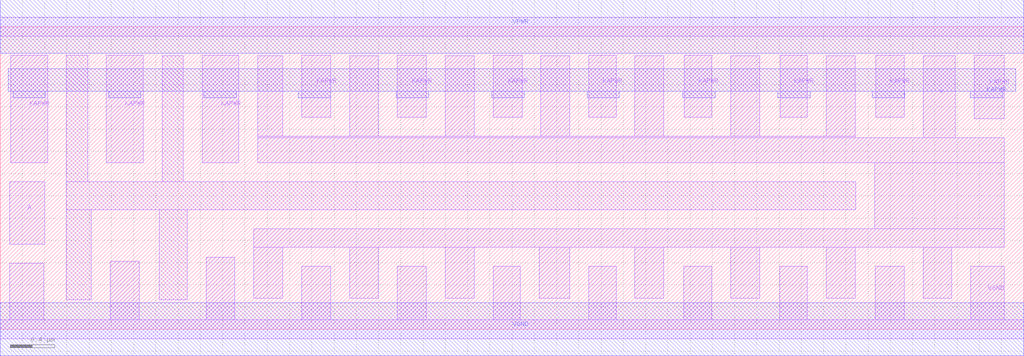
<source format=lef>
# Copyright 2020 The SkyWater PDK Authors
#
# Licensed under the Apache License, Version 2.0 (the "License");
# you may not use this file except in compliance with the License.
# You may obtain a copy of the License at
#
#     https://www.apache.org/licenses/LICENSE-2.0
#
# Unless required by applicable law or agreed to in writing, software
# distributed under the License is distributed on an "AS IS" BASIS,
# WITHOUT WARRANTIES OR CONDITIONS OF ANY KIND, either express or implied.
# See the License for the specific language governing permissions and
# limitations under the License.
#
# SPDX-License-Identifier: Apache-2.0

VERSION 5.5 ;
NAMESCASESENSITIVE ON ;
BUSBITCHARS "[]" ;
DIVIDERCHAR "/" ;
MACRO sky130_fd_sc_hd__lpflow_clkbufkapwr_16
  CLASS CORE ;
  SOURCE USER ;
  ORIGIN  0.000000  0.000000 ;
  SIZE  9.200000 BY  2.720000 ;
  SYMMETRY X Y R90 ;
  SITE unithd ;
  PIN A
    ANTENNAGATEAREA  0.852000 ;
    DIRECTION INPUT ;
    USE SIGNAL ;
    PORT
      LAYER li1 ;
        RECT 0.085000 0.765000 0.400000 1.325000 ;
    END
  END A
  PIN X
    ANTENNADIFFAREA  3.180800 ;
    DIRECTION OUTPUT ;
    USE SIGNAL ;
    PORT
      LAYER li1 ;
        RECT 2.280000 0.280000 2.540000 0.735000 ;
        RECT 2.280000 0.735000 9.025000 0.905000 ;
        RECT 2.315000 1.495000 9.025000 1.720000 ;
        RECT 2.315000 1.720000 7.685000 1.735000 ;
        RECT 2.315000 1.735000 2.540000 2.460000 ;
        RECT 3.140000 0.280000 3.400000 0.735000 ;
        RECT 3.140000 1.735000 3.400000 2.460000 ;
        RECT 4.000000 0.280000 4.260000 0.735000 ;
        RECT 4.000000 1.735000 4.260000 2.460000 ;
        RECT 4.845000 0.280000 5.120000 0.735000 ;
        RECT 4.860000 1.735000 5.120000 2.460000 ;
        RECT 5.705000 0.280000 5.965000 0.735000 ;
        RECT 5.705000 1.735000 5.965000 2.460000 ;
        RECT 6.565000 0.280000 6.825000 0.735000 ;
        RECT 6.565000 1.735000 6.825000 2.460000 ;
        RECT 7.425000 0.280000 7.685000 0.735000 ;
        RECT 7.425000 1.735000 7.685000 2.460000 ;
        RECT 7.860000 0.905000 9.025000 1.495000 ;
        RECT 8.295000 0.280000 8.555000 0.735000 ;
        RECT 8.295000 1.720000 8.585000 2.460000 ;
    END
  END X
  PIN KAPWR
    DIRECTION INOUT ;
    SHAPE ABUTMENT ;
    USE POWER ;
    PORT
      LAYER li1 ;
        RECT 0.095000 1.495000 0.425000 2.465000 ;
    END
    PORT
      LAYER li1 ;
        RECT 0.955000 1.495000 1.285000 2.465000 ;
    END
    PORT
      LAYER li1 ;
        RECT 1.815000 1.495000 2.145000 2.465000 ;
    END
    PORT
      LAYER li1 ;
        RECT 2.710000 1.905000 2.970000 2.465000 ;
    END
    PORT
      LAYER li1 ;
        RECT 3.570000 1.905000 3.830000 2.465000 ;
    END
    PORT
      LAYER li1 ;
        RECT 4.430000 1.905000 4.690000 2.465000 ;
    END
    PORT
      LAYER li1 ;
        RECT 5.290000 1.905000 5.535000 2.465000 ;
    END
    PORT
      LAYER li1 ;
        RECT 6.150000 1.905000 6.395000 2.465000 ;
    END
    PORT
      LAYER li1 ;
        RECT 7.010000 1.905000 7.255000 2.465000 ;
    END
    PORT
      LAYER li1 ;
        RECT 7.870000 1.905000 8.125000 2.465000 ;
    END
    PORT
      LAYER li1 ;
        RECT 8.755000 1.890000 9.025000 2.465000 ;
    END
    PORT
      LAYER met1 ;
        RECT 0.070000 2.140000 9.130000 2.340000 ;
        RECT 0.115000 2.080000 0.405000 2.140000 ;
        RECT 0.975000 2.080000 1.265000 2.140000 ;
        RECT 1.830000 2.080000 2.120000 2.140000 ;
        RECT 2.680000 2.080000 2.970000 2.140000 ;
        RECT 3.560000 2.080000 3.850000 2.140000 ;
        RECT 4.420000 2.080000 4.710000 2.140000 ;
        RECT 5.275000 2.080000 5.565000 2.140000 ;
        RECT 6.135000 2.080000 6.425000 2.140000 ;
        RECT 6.990000 2.080000 7.280000 2.140000 ;
        RECT 7.840000 2.080000 8.130000 2.140000 ;
        RECT 8.720000 2.080000 9.010000 2.140000 ;
    END
  END KAPWR
  PIN VGND
    DIRECTION INOUT ;
    SHAPE ABUTMENT ;
    USE GROUND ;
    PORT
      LAYER li1 ;
        RECT 0.000000 -0.085000 9.200000 0.085000 ;
        RECT 0.085000  0.085000 0.390000 0.595000 ;
        RECT 0.990000  0.085000 1.250000 0.610000 ;
        RECT 1.850000  0.085000 2.110000 0.645000 ;
        RECT 2.710000  0.085000 2.970000 0.565000 ;
        RECT 3.570000  0.085000 3.830000 0.565000 ;
        RECT 4.430000  0.085000 4.675000 0.565000 ;
        RECT 5.290000  0.085000 5.535000 0.565000 ;
        RECT 6.145000  0.085000 6.395000 0.565000 ;
        RECT 7.005000  0.085000 7.255000 0.565000 ;
        RECT 7.865000  0.085000 8.125000 0.565000 ;
        RECT 8.725000  0.085000 9.025000 0.565000 ;
    END
    PORT
      LAYER met1 ;
        RECT 0.000000 -0.240000 9.200000 0.240000 ;
    END
  END VGND
  PIN VPWR
    DIRECTION INOUT ;
    SHAPE ABUTMENT ;
    USE POWER ;
    PORT
      LAYER li1 ;
        RECT 0.000000 2.635000 9.200000 2.805000 ;
    END
    PORT
      LAYER met1 ;
        RECT 0.000000 2.480000 9.200000 2.960000 ;
    END
  END VPWR
  OBS
    LAYER li1 ;
      RECT 0.595000 0.265000 0.820000 1.075000 ;
      RECT 0.595000 1.075000 7.690000 1.325000 ;
      RECT 0.595000 1.325000 0.785000 2.465000 ;
      RECT 1.430000 0.265000 1.680000 1.075000 ;
      RECT 1.455000 1.325000 1.645000 2.460000 ;
  END
END sky130_fd_sc_hd__lpflow_clkbufkapwr_16
END LIBRARY

</source>
